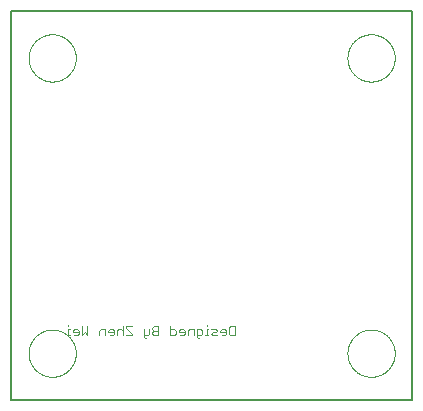
<source format=gbo>
G75*
%MOIN*%
%OFA0B0*%
%FSLAX25Y25*%
%IPPOS*%
%LPD*%
%AMOC8*
5,1,8,0,0,1.08239X$1,22.5*
%
%ADD10C,0.00500*%
%ADD11C,0.00000*%
%ADD12C,0.00300*%
D10*
X0003000Y0003000D02*
X0003000Y0132921D01*
X0136858Y0132921D01*
X0136858Y0003000D01*
X0003000Y0003000D01*
D11*
X0008906Y0018748D02*
X0008908Y0018941D01*
X0008915Y0019134D01*
X0008927Y0019327D01*
X0008944Y0019520D01*
X0008965Y0019712D01*
X0008991Y0019903D01*
X0009022Y0020094D01*
X0009057Y0020284D01*
X0009097Y0020473D01*
X0009142Y0020661D01*
X0009191Y0020848D01*
X0009245Y0021034D01*
X0009303Y0021218D01*
X0009366Y0021401D01*
X0009434Y0021582D01*
X0009505Y0021761D01*
X0009582Y0021939D01*
X0009662Y0022115D01*
X0009747Y0022288D01*
X0009836Y0022460D01*
X0009929Y0022629D01*
X0010026Y0022796D01*
X0010128Y0022961D01*
X0010233Y0023123D01*
X0010342Y0023282D01*
X0010456Y0023439D01*
X0010573Y0023592D01*
X0010693Y0023743D01*
X0010818Y0023891D01*
X0010946Y0024036D01*
X0011077Y0024177D01*
X0011212Y0024316D01*
X0011351Y0024451D01*
X0011492Y0024582D01*
X0011637Y0024710D01*
X0011785Y0024835D01*
X0011936Y0024955D01*
X0012089Y0025072D01*
X0012246Y0025186D01*
X0012405Y0025295D01*
X0012567Y0025400D01*
X0012732Y0025502D01*
X0012899Y0025599D01*
X0013068Y0025692D01*
X0013240Y0025781D01*
X0013413Y0025866D01*
X0013589Y0025946D01*
X0013767Y0026023D01*
X0013946Y0026094D01*
X0014127Y0026162D01*
X0014310Y0026225D01*
X0014494Y0026283D01*
X0014680Y0026337D01*
X0014867Y0026386D01*
X0015055Y0026431D01*
X0015244Y0026471D01*
X0015434Y0026506D01*
X0015625Y0026537D01*
X0015816Y0026563D01*
X0016008Y0026584D01*
X0016201Y0026601D01*
X0016394Y0026613D01*
X0016587Y0026620D01*
X0016780Y0026622D01*
X0016973Y0026620D01*
X0017166Y0026613D01*
X0017359Y0026601D01*
X0017552Y0026584D01*
X0017744Y0026563D01*
X0017935Y0026537D01*
X0018126Y0026506D01*
X0018316Y0026471D01*
X0018505Y0026431D01*
X0018693Y0026386D01*
X0018880Y0026337D01*
X0019066Y0026283D01*
X0019250Y0026225D01*
X0019433Y0026162D01*
X0019614Y0026094D01*
X0019793Y0026023D01*
X0019971Y0025946D01*
X0020147Y0025866D01*
X0020320Y0025781D01*
X0020492Y0025692D01*
X0020661Y0025599D01*
X0020828Y0025502D01*
X0020993Y0025400D01*
X0021155Y0025295D01*
X0021314Y0025186D01*
X0021471Y0025072D01*
X0021624Y0024955D01*
X0021775Y0024835D01*
X0021923Y0024710D01*
X0022068Y0024582D01*
X0022209Y0024451D01*
X0022348Y0024316D01*
X0022483Y0024177D01*
X0022614Y0024036D01*
X0022742Y0023891D01*
X0022867Y0023743D01*
X0022987Y0023592D01*
X0023104Y0023439D01*
X0023218Y0023282D01*
X0023327Y0023123D01*
X0023432Y0022961D01*
X0023534Y0022796D01*
X0023631Y0022629D01*
X0023724Y0022460D01*
X0023813Y0022288D01*
X0023898Y0022115D01*
X0023978Y0021939D01*
X0024055Y0021761D01*
X0024126Y0021582D01*
X0024194Y0021401D01*
X0024257Y0021218D01*
X0024315Y0021034D01*
X0024369Y0020848D01*
X0024418Y0020661D01*
X0024463Y0020473D01*
X0024503Y0020284D01*
X0024538Y0020094D01*
X0024569Y0019903D01*
X0024595Y0019712D01*
X0024616Y0019520D01*
X0024633Y0019327D01*
X0024645Y0019134D01*
X0024652Y0018941D01*
X0024654Y0018748D01*
X0024652Y0018555D01*
X0024645Y0018362D01*
X0024633Y0018169D01*
X0024616Y0017976D01*
X0024595Y0017784D01*
X0024569Y0017593D01*
X0024538Y0017402D01*
X0024503Y0017212D01*
X0024463Y0017023D01*
X0024418Y0016835D01*
X0024369Y0016648D01*
X0024315Y0016462D01*
X0024257Y0016278D01*
X0024194Y0016095D01*
X0024126Y0015914D01*
X0024055Y0015735D01*
X0023978Y0015557D01*
X0023898Y0015381D01*
X0023813Y0015208D01*
X0023724Y0015036D01*
X0023631Y0014867D01*
X0023534Y0014700D01*
X0023432Y0014535D01*
X0023327Y0014373D01*
X0023218Y0014214D01*
X0023104Y0014057D01*
X0022987Y0013904D01*
X0022867Y0013753D01*
X0022742Y0013605D01*
X0022614Y0013460D01*
X0022483Y0013319D01*
X0022348Y0013180D01*
X0022209Y0013045D01*
X0022068Y0012914D01*
X0021923Y0012786D01*
X0021775Y0012661D01*
X0021624Y0012541D01*
X0021471Y0012424D01*
X0021314Y0012310D01*
X0021155Y0012201D01*
X0020993Y0012096D01*
X0020828Y0011994D01*
X0020661Y0011897D01*
X0020492Y0011804D01*
X0020320Y0011715D01*
X0020147Y0011630D01*
X0019971Y0011550D01*
X0019793Y0011473D01*
X0019614Y0011402D01*
X0019433Y0011334D01*
X0019250Y0011271D01*
X0019066Y0011213D01*
X0018880Y0011159D01*
X0018693Y0011110D01*
X0018505Y0011065D01*
X0018316Y0011025D01*
X0018126Y0010990D01*
X0017935Y0010959D01*
X0017744Y0010933D01*
X0017552Y0010912D01*
X0017359Y0010895D01*
X0017166Y0010883D01*
X0016973Y0010876D01*
X0016780Y0010874D01*
X0016587Y0010876D01*
X0016394Y0010883D01*
X0016201Y0010895D01*
X0016008Y0010912D01*
X0015816Y0010933D01*
X0015625Y0010959D01*
X0015434Y0010990D01*
X0015244Y0011025D01*
X0015055Y0011065D01*
X0014867Y0011110D01*
X0014680Y0011159D01*
X0014494Y0011213D01*
X0014310Y0011271D01*
X0014127Y0011334D01*
X0013946Y0011402D01*
X0013767Y0011473D01*
X0013589Y0011550D01*
X0013413Y0011630D01*
X0013240Y0011715D01*
X0013068Y0011804D01*
X0012899Y0011897D01*
X0012732Y0011994D01*
X0012567Y0012096D01*
X0012405Y0012201D01*
X0012246Y0012310D01*
X0012089Y0012424D01*
X0011936Y0012541D01*
X0011785Y0012661D01*
X0011637Y0012786D01*
X0011492Y0012914D01*
X0011351Y0013045D01*
X0011212Y0013180D01*
X0011077Y0013319D01*
X0010946Y0013460D01*
X0010818Y0013605D01*
X0010693Y0013753D01*
X0010573Y0013904D01*
X0010456Y0014057D01*
X0010342Y0014214D01*
X0010233Y0014373D01*
X0010128Y0014535D01*
X0010026Y0014700D01*
X0009929Y0014867D01*
X0009836Y0015036D01*
X0009747Y0015208D01*
X0009662Y0015381D01*
X0009582Y0015557D01*
X0009505Y0015735D01*
X0009434Y0015914D01*
X0009366Y0016095D01*
X0009303Y0016278D01*
X0009245Y0016462D01*
X0009191Y0016648D01*
X0009142Y0016835D01*
X0009097Y0017023D01*
X0009057Y0017212D01*
X0009022Y0017402D01*
X0008991Y0017593D01*
X0008965Y0017784D01*
X0008944Y0017976D01*
X0008927Y0018169D01*
X0008915Y0018362D01*
X0008908Y0018555D01*
X0008906Y0018748D01*
X0008906Y0117173D02*
X0008908Y0117366D01*
X0008915Y0117559D01*
X0008927Y0117752D01*
X0008944Y0117945D01*
X0008965Y0118137D01*
X0008991Y0118328D01*
X0009022Y0118519D01*
X0009057Y0118709D01*
X0009097Y0118898D01*
X0009142Y0119086D01*
X0009191Y0119273D01*
X0009245Y0119459D01*
X0009303Y0119643D01*
X0009366Y0119826D01*
X0009434Y0120007D01*
X0009505Y0120186D01*
X0009582Y0120364D01*
X0009662Y0120540D01*
X0009747Y0120713D01*
X0009836Y0120885D01*
X0009929Y0121054D01*
X0010026Y0121221D01*
X0010128Y0121386D01*
X0010233Y0121548D01*
X0010342Y0121707D01*
X0010456Y0121864D01*
X0010573Y0122017D01*
X0010693Y0122168D01*
X0010818Y0122316D01*
X0010946Y0122461D01*
X0011077Y0122602D01*
X0011212Y0122741D01*
X0011351Y0122876D01*
X0011492Y0123007D01*
X0011637Y0123135D01*
X0011785Y0123260D01*
X0011936Y0123380D01*
X0012089Y0123497D01*
X0012246Y0123611D01*
X0012405Y0123720D01*
X0012567Y0123825D01*
X0012732Y0123927D01*
X0012899Y0124024D01*
X0013068Y0124117D01*
X0013240Y0124206D01*
X0013413Y0124291D01*
X0013589Y0124371D01*
X0013767Y0124448D01*
X0013946Y0124519D01*
X0014127Y0124587D01*
X0014310Y0124650D01*
X0014494Y0124708D01*
X0014680Y0124762D01*
X0014867Y0124811D01*
X0015055Y0124856D01*
X0015244Y0124896D01*
X0015434Y0124931D01*
X0015625Y0124962D01*
X0015816Y0124988D01*
X0016008Y0125009D01*
X0016201Y0125026D01*
X0016394Y0125038D01*
X0016587Y0125045D01*
X0016780Y0125047D01*
X0016973Y0125045D01*
X0017166Y0125038D01*
X0017359Y0125026D01*
X0017552Y0125009D01*
X0017744Y0124988D01*
X0017935Y0124962D01*
X0018126Y0124931D01*
X0018316Y0124896D01*
X0018505Y0124856D01*
X0018693Y0124811D01*
X0018880Y0124762D01*
X0019066Y0124708D01*
X0019250Y0124650D01*
X0019433Y0124587D01*
X0019614Y0124519D01*
X0019793Y0124448D01*
X0019971Y0124371D01*
X0020147Y0124291D01*
X0020320Y0124206D01*
X0020492Y0124117D01*
X0020661Y0124024D01*
X0020828Y0123927D01*
X0020993Y0123825D01*
X0021155Y0123720D01*
X0021314Y0123611D01*
X0021471Y0123497D01*
X0021624Y0123380D01*
X0021775Y0123260D01*
X0021923Y0123135D01*
X0022068Y0123007D01*
X0022209Y0122876D01*
X0022348Y0122741D01*
X0022483Y0122602D01*
X0022614Y0122461D01*
X0022742Y0122316D01*
X0022867Y0122168D01*
X0022987Y0122017D01*
X0023104Y0121864D01*
X0023218Y0121707D01*
X0023327Y0121548D01*
X0023432Y0121386D01*
X0023534Y0121221D01*
X0023631Y0121054D01*
X0023724Y0120885D01*
X0023813Y0120713D01*
X0023898Y0120540D01*
X0023978Y0120364D01*
X0024055Y0120186D01*
X0024126Y0120007D01*
X0024194Y0119826D01*
X0024257Y0119643D01*
X0024315Y0119459D01*
X0024369Y0119273D01*
X0024418Y0119086D01*
X0024463Y0118898D01*
X0024503Y0118709D01*
X0024538Y0118519D01*
X0024569Y0118328D01*
X0024595Y0118137D01*
X0024616Y0117945D01*
X0024633Y0117752D01*
X0024645Y0117559D01*
X0024652Y0117366D01*
X0024654Y0117173D01*
X0024652Y0116980D01*
X0024645Y0116787D01*
X0024633Y0116594D01*
X0024616Y0116401D01*
X0024595Y0116209D01*
X0024569Y0116018D01*
X0024538Y0115827D01*
X0024503Y0115637D01*
X0024463Y0115448D01*
X0024418Y0115260D01*
X0024369Y0115073D01*
X0024315Y0114887D01*
X0024257Y0114703D01*
X0024194Y0114520D01*
X0024126Y0114339D01*
X0024055Y0114160D01*
X0023978Y0113982D01*
X0023898Y0113806D01*
X0023813Y0113633D01*
X0023724Y0113461D01*
X0023631Y0113292D01*
X0023534Y0113125D01*
X0023432Y0112960D01*
X0023327Y0112798D01*
X0023218Y0112639D01*
X0023104Y0112482D01*
X0022987Y0112329D01*
X0022867Y0112178D01*
X0022742Y0112030D01*
X0022614Y0111885D01*
X0022483Y0111744D01*
X0022348Y0111605D01*
X0022209Y0111470D01*
X0022068Y0111339D01*
X0021923Y0111211D01*
X0021775Y0111086D01*
X0021624Y0110966D01*
X0021471Y0110849D01*
X0021314Y0110735D01*
X0021155Y0110626D01*
X0020993Y0110521D01*
X0020828Y0110419D01*
X0020661Y0110322D01*
X0020492Y0110229D01*
X0020320Y0110140D01*
X0020147Y0110055D01*
X0019971Y0109975D01*
X0019793Y0109898D01*
X0019614Y0109827D01*
X0019433Y0109759D01*
X0019250Y0109696D01*
X0019066Y0109638D01*
X0018880Y0109584D01*
X0018693Y0109535D01*
X0018505Y0109490D01*
X0018316Y0109450D01*
X0018126Y0109415D01*
X0017935Y0109384D01*
X0017744Y0109358D01*
X0017552Y0109337D01*
X0017359Y0109320D01*
X0017166Y0109308D01*
X0016973Y0109301D01*
X0016780Y0109299D01*
X0016587Y0109301D01*
X0016394Y0109308D01*
X0016201Y0109320D01*
X0016008Y0109337D01*
X0015816Y0109358D01*
X0015625Y0109384D01*
X0015434Y0109415D01*
X0015244Y0109450D01*
X0015055Y0109490D01*
X0014867Y0109535D01*
X0014680Y0109584D01*
X0014494Y0109638D01*
X0014310Y0109696D01*
X0014127Y0109759D01*
X0013946Y0109827D01*
X0013767Y0109898D01*
X0013589Y0109975D01*
X0013413Y0110055D01*
X0013240Y0110140D01*
X0013068Y0110229D01*
X0012899Y0110322D01*
X0012732Y0110419D01*
X0012567Y0110521D01*
X0012405Y0110626D01*
X0012246Y0110735D01*
X0012089Y0110849D01*
X0011936Y0110966D01*
X0011785Y0111086D01*
X0011637Y0111211D01*
X0011492Y0111339D01*
X0011351Y0111470D01*
X0011212Y0111605D01*
X0011077Y0111744D01*
X0010946Y0111885D01*
X0010818Y0112030D01*
X0010693Y0112178D01*
X0010573Y0112329D01*
X0010456Y0112482D01*
X0010342Y0112639D01*
X0010233Y0112798D01*
X0010128Y0112960D01*
X0010026Y0113125D01*
X0009929Y0113292D01*
X0009836Y0113461D01*
X0009747Y0113633D01*
X0009662Y0113806D01*
X0009582Y0113982D01*
X0009505Y0114160D01*
X0009434Y0114339D01*
X0009366Y0114520D01*
X0009303Y0114703D01*
X0009245Y0114887D01*
X0009191Y0115073D01*
X0009142Y0115260D01*
X0009097Y0115448D01*
X0009057Y0115637D01*
X0009022Y0115827D01*
X0008991Y0116018D01*
X0008965Y0116209D01*
X0008944Y0116401D01*
X0008927Y0116594D01*
X0008915Y0116787D01*
X0008908Y0116980D01*
X0008906Y0117173D01*
X0115205Y0117173D02*
X0115207Y0117366D01*
X0115214Y0117559D01*
X0115226Y0117752D01*
X0115243Y0117945D01*
X0115264Y0118137D01*
X0115290Y0118328D01*
X0115321Y0118519D01*
X0115356Y0118709D01*
X0115396Y0118898D01*
X0115441Y0119086D01*
X0115490Y0119273D01*
X0115544Y0119459D01*
X0115602Y0119643D01*
X0115665Y0119826D01*
X0115733Y0120007D01*
X0115804Y0120186D01*
X0115881Y0120364D01*
X0115961Y0120540D01*
X0116046Y0120713D01*
X0116135Y0120885D01*
X0116228Y0121054D01*
X0116325Y0121221D01*
X0116427Y0121386D01*
X0116532Y0121548D01*
X0116641Y0121707D01*
X0116755Y0121864D01*
X0116872Y0122017D01*
X0116992Y0122168D01*
X0117117Y0122316D01*
X0117245Y0122461D01*
X0117376Y0122602D01*
X0117511Y0122741D01*
X0117650Y0122876D01*
X0117791Y0123007D01*
X0117936Y0123135D01*
X0118084Y0123260D01*
X0118235Y0123380D01*
X0118388Y0123497D01*
X0118545Y0123611D01*
X0118704Y0123720D01*
X0118866Y0123825D01*
X0119031Y0123927D01*
X0119198Y0124024D01*
X0119367Y0124117D01*
X0119539Y0124206D01*
X0119712Y0124291D01*
X0119888Y0124371D01*
X0120066Y0124448D01*
X0120245Y0124519D01*
X0120426Y0124587D01*
X0120609Y0124650D01*
X0120793Y0124708D01*
X0120979Y0124762D01*
X0121166Y0124811D01*
X0121354Y0124856D01*
X0121543Y0124896D01*
X0121733Y0124931D01*
X0121924Y0124962D01*
X0122115Y0124988D01*
X0122307Y0125009D01*
X0122500Y0125026D01*
X0122693Y0125038D01*
X0122886Y0125045D01*
X0123079Y0125047D01*
X0123272Y0125045D01*
X0123465Y0125038D01*
X0123658Y0125026D01*
X0123851Y0125009D01*
X0124043Y0124988D01*
X0124234Y0124962D01*
X0124425Y0124931D01*
X0124615Y0124896D01*
X0124804Y0124856D01*
X0124992Y0124811D01*
X0125179Y0124762D01*
X0125365Y0124708D01*
X0125549Y0124650D01*
X0125732Y0124587D01*
X0125913Y0124519D01*
X0126092Y0124448D01*
X0126270Y0124371D01*
X0126446Y0124291D01*
X0126619Y0124206D01*
X0126791Y0124117D01*
X0126960Y0124024D01*
X0127127Y0123927D01*
X0127292Y0123825D01*
X0127454Y0123720D01*
X0127613Y0123611D01*
X0127770Y0123497D01*
X0127923Y0123380D01*
X0128074Y0123260D01*
X0128222Y0123135D01*
X0128367Y0123007D01*
X0128508Y0122876D01*
X0128647Y0122741D01*
X0128782Y0122602D01*
X0128913Y0122461D01*
X0129041Y0122316D01*
X0129166Y0122168D01*
X0129286Y0122017D01*
X0129403Y0121864D01*
X0129517Y0121707D01*
X0129626Y0121548D01*
X0129731Y0121386D01*
X0129833Y0121221D01*
X0129930Y0121054D01*
X0130023Y0120885D01*
X0130112Y0120713D01*
X0130197Y0120540D01*
X0130277Y0120364D01*
X0130354Y0120186D01*
X0130425Y0120007D01*
X0130493Y0119826D01*
X0130556Y0119643D01*
X0130614Y0119459D01*
X0130668Y0119273D01*
X0130717Y0119086D01*
X0130762Y0118898D01*
X0130802Y0118709D01*
X0130837Y0118519D01*
X0130868Y0118328D01*
X0130894Y0118137D01*
X0130915Y0117945D01*
X0130932Y0117752D01*
X0130944Y0117559D01*
X0130951Y0117366D01*
X0130953Y0117173D01*
X0130951Y0116980D01*
X0130944Y0116787D01*
X0130932Y0116594D01*
X0130915Y0116401D01*
X0130894Y0116209D01*
X0130868Y0116018D01*
X0130837Y0115827D01*
X0130802Y0115637D01*
X0130762Y0115448D01*
X0130717Y0115260D01*
X0130668Y0115073D01*
X0130614Y0114887D01*
X0130556Y0114703D01*
X0130493Y0114520D01*
X0130425Y0114339D01*
X0130354Y0114160D01*
X0130277Y0113982D01*
X0130197Y0113806D01*
X0130112Y0113633D01*
X0130023Y0113461D01*
X0129930Y0113292D01*
X0129833Y0113125D01*
X0129731Y0112960D01*
X0129626Y0112798D01*
X0129517Y0112639D01*
X0129403Y0112482D01*
X0129286Y0112329D01*
X0129166Y0112178D01*
X0129041Y0112030D01*
X0128913Y0111885D01*
X0128782Y0111744D01*
X0128647Y0111605D01*
X0128508Y0111470D01*
X0128367Y0111339D01*
X0128222Y0111211D01*
X0128074Y0111086D01*
X0127923Y0110966D01*
X0127770Y0110849D01*
X0127613Y0110735D01*
X0127454Y0110626D01*
X0127292Y0110521D01*
X0127127Y0110419D01*
X0126960Y0110322D01*
X0126791Y0110229D01*
X0126619Y0110140D01*
X0126446Y0110055D01*
X0126270Y0109975D01*
X0126092Y0109898D01*
X0125913Y0109827D01*
X0125732Y0109759D01*
X0125549Y0109696D01*
X0125365Y0109638D01*
X0125179Y0109584D01*
X0124992Y0109535D01*
X0124804Y0109490D01*
X0124615Y0109450D01*
X0124425Y0109415D01*
X0124234Y0109384D01*
X0124043Y0109358D01*
X0123851Y0109337D01*
X0123658Y0109320D01*
X0123465Y0109308D01*
X0123272Y0109301D01*
X0123079Y0109299D01*
X0122886Y0109301D01*
X0122693Y0109308D01*
X0122500Y0109320D01*
X0122307Y0109337D01*
X0122115Y0109358D01*
X0121924Y0109384D01*
X0121733Y0109415D01*
X0121543Y0109450D01*
X0121354Y0109490D01*
X0121166Y0109535D01*
X0120979Y0109584D01*
X0120793Y0109638D01*
X0120609Y0109696D01*
X0120426Y0109759D01*
X0120245Y0109827D01*
X0120066Y0109898D01*
X0119888Y0109975D01*
X0119712Y0110055D01*
X0119539Y0110140D01*
X0119367Y0110229D01*
X0119198Y0110322D01*
X0119031Y0110419D01*
X0118866Y0110521D01*
X0118704Y0110626D01*
X0118545Y0110735D01*
X0118388Y0110849D01*
X0118235Y0110966D01*
X0118084Y0111086D01*
X0117936Y0111211D01*
X0117791Y0111339D01*
X0117650Y0111470D01*
X0117511Y0111605D01*
X0117376Y0111744D01*
X0117245Y0111885D01*
X0117117Y0112030D01*
X0116992Y0112178D01*
X0116872Y0112329D01*
X0116755Y0112482D01*
X0116641Y0112639D01*
X0116532Y0112798D01*
X0116427Y0112960D01*
X0116325Y0113125D01*
X0116228Y0113292D01*
X0116135Y0113461D01*
X0116046Y0113633D01*
X0115961Y0113806D01*
X0115881Y0113982D01*
X0115804Y0114160D01*
X0115733Y0114339D01*
X0115665Y0114520D01*
X0115602Y0114703D01*
X0115544Y0114887D01*
X0115490Y0115073D01*
X0115441Y0115260D01*
X0115396Y0115448D01*
X0115356Y0115637D01*
X0115321Y0115827D01*
X0115290Y0116018D01*
X0115264Y0116209D01*
X0115243Y0116401D01*
X0115226Y0116594D01*
X0115214Y0116787D01*
X0115207Y0116980D01*
X0115205Y0117173D01*
X0115205Y0018748D02*
X0115207Y0018941D01*
X0115214Y0019134D01*
X0115226Y0019327D01*
X0115243Y0019520D01*
X0115264Y0019712D01*
X0115290Y0019903D01*
X0115321Y0020094D01*
X0115356Y0020284D01*
X0115396Y0020473D01*
X0115441Y0020661D01*
X0115490Y0020848D01*
X0115544Y0021034D01*
X0115602Y0021218D01*
X0115665Y0021401D01*
X0115733Y0021582D01*
X0115804Y0021761D01*
X0115881Y0021939D01*
X0115961Y0022115D01*
X0116046Y0022288D01*
X0116135Y0022460D01*
X0116228Y0022629D01*
X0116325Y0022796D01*
X0116427Y0022961D01*
X0116532Y0023123D01*
X0116641Y0023282D01*
X0116755Y0023439D01*
X0116872Y0023592D01*
X0116992Y0023743D01*
X0117117Y0023891D01*
X0117245Y0024036D01*
X0117376Y0024177D01*
X0117511Y0024316D01*
X0117650Y0024451D01*
X0117791Y0024582D01*
X0117936Y0024710D01*
X0118084Y0024835D01*
X0118235Y0024955D01*
X0118388Y0025072D01*
X0118545Y0025186D01*
X0118704Y0025295D01*
X0118866Y0025400D01*
X0119031Y0025502D01*
X0119198Y0025599D01*
X0119367Y0025692D01*
X0119539Y0025781D01*
X0119712Y0025866D01*
X0119888Y0025946D01*
X0120066Y0026023D01*
X0120245Y0026094D01*
X0120426Y0026162D01*
X0120609Y0026225D01*
X0120793Y0026283D01*
X0120979Y0026337D01*
X0121166Y0026386D01*
X0121354Y0026431D01*
X0121543Y0026471D01*
X0121733Y0026506D01*
X0121924Y0026537D01*
X0122115Y0026563D01*
X0122307Y0026584D01*
X0122500Y0026601D01*
X0122693Y0026613D01*
X0122886Y0026620D01*
X0123079Y0026622D01*
X0123272Y0026620D01*
X0123465Y0026613D01*
X0123658Y0026601D01*
X0123851Y0026584D01*
X0124043Y0026563D01*
X0124234Y0026537D01*
X0124425Y0026506D01*
X0124615Y0026471D01*
X0124804Y0026431D01*
X0124992Y0026386D01*
X0125179Y0026337D01*
X0125365Y0026283D01*
X0125549Y0026225D01*
X0125732Y0026162D01*
X0125913Y0026094D01*
X0126092Y0026023D01*
X0126270Y0025946D01*
X0126446Y0025866D01*
X0126619Y0025781D01*
X0126791Y0025692D01*
X0126960Y0025599D01*
X0127127Y0025502D01*
X0127292Y0025400D01*
X0127454Y0025295D01*
X0127613Y0025186D01*
X0127770Y0025072D01*
X0127923Y0024955D01*
X0128074Y0024835D01*
X0128222Y0024710D01*
X0128367Y0024582D01*
X0128508Y0024451D01*
X0128647Y0024316D01*
X0128782Y0024177D01*
X0128913Y0024036D01*
X0129041Y0023891D01*
X0129166Y0023743D01*
X0129286Y0023592D01*
X0129403Y0023439D01*
X0129517Y0023282D01*
X0129626Y0023123D01*
X0129731Y0022961D01*
X0129833Y0022796D01*
X0129930Y0022629D01*
X0130023Y0022460D01*
X0130112Y0022288D01*
X0130197Y0022115D01*
X0130277Y0021939D01*
X0130354Y0021761D01*
X0130425Y0021582D01*
X0130493Y0021401D01*
X0130556Y0021218D01*
X0130614Y0021034D01*
X0130668Y0020848D01*
X0130717Y0020661D01*
X0130762Y0020473D01*
X0130802Y0020284D01*
X0130837Y0020094D01*
X0130868Y0019903D01*
X0130894Y0019712D01*
X0130915Y0019520D01*
X0130932Y0019327D01*
X0130944Y0019134D01*
X0130951Y0018941D01*
X0130953Y0018748D01*
X0130951Y0018555D01*
X0130944Y0018362D01*
X0130932Y0018169D01*
X0130915Y0017976D01*
X0130894Y0017784D01*
X0130868Y0017593D01*
X0130837Y0017402D01*
X0130802Y0017212D01*
X0130762Y0017023D01*
X0130717Y0016835D01*
X0130668Y0016648D01*
X0130614Y0016462D01*
X0130556Y0016278D01*
X0130493Y0016095D01*
X0130425Y0015914D01*
X0130354Y0015735D01*
X0130277Y0015557D01*
X0130197Y0015381D01*
X0130112Y0015208D01*
X0130023Y0015036D01*
X0129930Y0014867D01*
X0129833Y0014700D01*
X0129731Y0014535D01*
X0129626Y0014373D01*
X0129517Y0014214D01*
X0129403Y0014057D01*
X0129286Y0013904D01*
X0129166Y0013753D01*
X0129041Y0013605D01*
X0128913Y0013460D01*
X0128782Y0013319D01*
X0128647Y0013180D01*
X0128508Y0013045D01*
X0128367Y0012914D01*
X0128222Y0012786D01*
X0128074Y0012661D01*
X0127923Y0012541D01*
X0127770Y0012424D01*
X0127613Y0012310D01*
X0127454Y0012201D01*
X0127292Y0012096D01*
X0127127Y0011994D01*
X0126960Y0011897D01*
X0126791Y0011804D01*
X0126619Y0011715D01*
X0126446Y0011630D01*
X0126270Y0011550D01*
X0126092Y0011473D01*
X0125913Y0011402D01*
X0125732Y0011334D01*
X0125549Y0011271D01*
X0125365Y0011213D01*
X0125179Y0011159D01*
X0124992Y0011110D01*
X0124804Y0011065D01*
X0124615Y0011025D01*
X0124425Y0010990D01*
X0124234Y0010959D01*
X0124043Y0010933D01*
X0123851Y0010912D01*
X0123658Y0010895D01*
X0123465Y0010883D01*
X0123272Y0010876D01*
X0123079Y0010874D01*
X0122886Y0010876D01*
X0122693Y0010883D01*
X0122500Y0010895D01*
X0122307Y0010912D01*
X0122115Y0010933D01*
X0121924Y0010959D01*
X0121733Y0010990D01*
X0121543Y0011025D01*
X0121354Y0011065D01*
X0121166Y0011110D01*
X0120979Y0011159D01*
X0120793Y0011213D01*
X0120609Y0011271D01*
X0120426Y0011334D01*
X0120245Y0011402D01*
X0120066Y0011473D01*
X0119888Y0011550D01*
X0119712Y0011630D01*
X0119539Y0011715D01*
X0119367Y0011804D01*
X0119198Y0011897D01*
X0119031Y0011994D01*
X0118866Y0012096D01*
X0118704Y0012201D01*
X0118545Y0012310D01*
X0118388Y0012424D01*
X0118235Y0012541D01*
X0118084Y0012661D01*
X0117936Y0012786D01*
X0117791Y0012914D01*
X0117650Y0013045D01*
X0117511Y0013180D01*
X0117376Y0013319D01*
X0117245Y0013460D01*
X0117117Y0013605D01*
X0116992Y0013753D01*
X0116872Y0013904D01*
X0116755Y0014057D01*
X0116641Y0014214D01*
X0116532Y0014373D01*
X0116427Y0014535D01*
X0116325Y0014700D01*
X0116228Y0014867D01*
X0116135Y0015036D01*
X0116046Y0015208D01*
X0115961Y0015381D01*
X0115881Y0015557D01*
X0115804Y0015735D01*
X0115733Y0015914D01*
X0115665Y0016095D01*
X0115602Y0016278D01*
X0115544Y0016462D01*
X0115490Y0016648D01*
X0115441Y0016835D01*
X0115396Y0017023D01*
X0115356Y0017212D01*
X0115321Y0017402D01*
X0115290Y0017593D01*
X0115264Y0017784D01*
X0115243Y0017976D01*
X0115226Y0018169D01*
X0115214Y0018362D01*
X0115207Y0018555D01*
X0115205Y0018748D01*
D12*
X0077653Y0024804D02*
X0076202Y0024804D01*
X0075718Y0025287D01*
X0075718Y0027222D01*
X0076202Y0027706D01*
X0077653Y0027706D01*
X0077653Y0024804D01*
X0074707Y0025287D02*
X0074707Y0026255D01*
X0074223Y0026739D01*
X0073255Y0026739D01*
X0072772Y0026255D01*
X0072772Y0025771D01*
X0074707Y0025771D01*
X0074707Y0025287D02*
X0074223Y0024804D01*
X0073255Y0024804D01*
X0071760Y0024804D02*
X0070309Y0024804D01*
X0069825Y0025287D01*
X0070309Y0025771D01*
X0071276Y0025771D01*
X0071760Y0026255D01*
X0071276Y0026739D01*
X0069825Y0026739D01*
X0068814Y0026739D02*
X0068330Y0026739D01*
X0068330Y0024804D01*
X0068814Y0024804D02*
X0067846Y0024804D01*
X0066849Y0025287D02*
X0066849Y0026255D01*
X0066366Y0026739D01*
X0064914Y0026739D01*
X0064914Y0024320D01*
X0065398Y0023836D01*
X0065882Y0023836D01*
X0066366Y0024804D02*
X0064914Y0024804D01*
X0063903Y0024804D02*
X0063903Y0026739D01*
X0062452Y0026739D01*
X0061968Y0026255D01*
X0061968Y0024804D01*
X0060956Y0025287D02*
X0060956Y0026255D01*
X0060472Y0026739D01*
X0059505Y0026739D01*
X0059021Y0026255D01*
X0059021Y0025771D01*
X0060956Y0025771D01*
X0060956Y0025287D02*
X0060472Y0024804D01*
X0059505Y0024804D01*
X0058010Y0025287D02*
X0058010Y0026255D01*
X0057526Y0026739D01*
X0056075Y0026739D01*
X0056075Y0027706D02*
X0056075Y0024804D01*
X0057526Y0024804D01*
X0058010Y0025287D01*
X0052117Y0024804D02*
X0050665Y0024804D01*
X0050182Y0025287D01*
X0050182Y0025771D01*
X0050665Y0026255D01*
X0052117Y0026255D01*
X0052117Y0027706D02*
X0050665Y0027706D01*
X0050182Y0027222D01*
X0050182Y0026739D01*
X0050665Y0026255D01*
X0049170Y0026739D02*
X0049170Y0025287D01*
X0048686Y0024804D01*
X0047235Y0024804D01*
X0047235Y0024320D02*
X0047719Y0023836D01*
X0048203Y0023836D01*
X0047235Y0024320D02*
X0047235Y0026739D01*
X0043277Y0027706D02*
X0041342Y0027706D01*
X0041342Y0027222D01*
X0043277Y0025287D01*
X0043277Y0024804D01*
X0041342Y0024804D01*
X0040331Y0024804D02*
X0040331Y0027706D01*
X0039847Y0026739D02*
X0038879Y0026739D01*
X0038396Y0026255D01*
X0038396Y0024804D01*
X0037384Y0025287D02*
X0037384Y0026255D01*
X0036900Y0026739D01*
X0035933Y0026739D01*
X0035449Y0026255D01*
X0035449Y0025771D01*
X0037384Y0025771D01*
X0037384Y0025287D02*
X0036900Y0024804D01*
X0035933Y0024804D01*
X0034438Y0024804D02*
X0034438Y0026739D01*
X0032986Y0026739D01*
X0032503Y0026255D01*
X0032503Y0024804D01*
X0028545Y0024804D02*
X0027577Y0025771D01*
X0026610Y0024804D01*
X0026610Y0027706D01*
X0025598Y0026255D02*
X0025114Y0026739D01*
X0024147Y0026739D01*
X0023663Y0026255D01*
X0023663Y0025771D01*
X0025598Y0025771D01*
X0025598Y0025287D02*
X0025598Y0026255D01*
X0025598Y0025287D02*
X0025114Y0024804D01*
X0024147Y0024804D01*
X0022651Y0024804D02*
X0021684Y0024804D01*
X0022168Y0024804D02*
X0022168Y0026739D01*
X0022651Y0026739D01*
X0022168Y0027706D02*
X0022168Y0028190D01*
X0028545Y0027706D02*
X0028545Y0024804D01*
X0039847Y0026739D02*
X0040331Y0026255D01*
X0052117Y0024804D02*
X0052117Y0027706D01*
X0066366Y0024804D02*
X0066849Y0025287D01*
X0068330Y0027706D02*
X0068330Y0028190D01*
M02*

</source>
